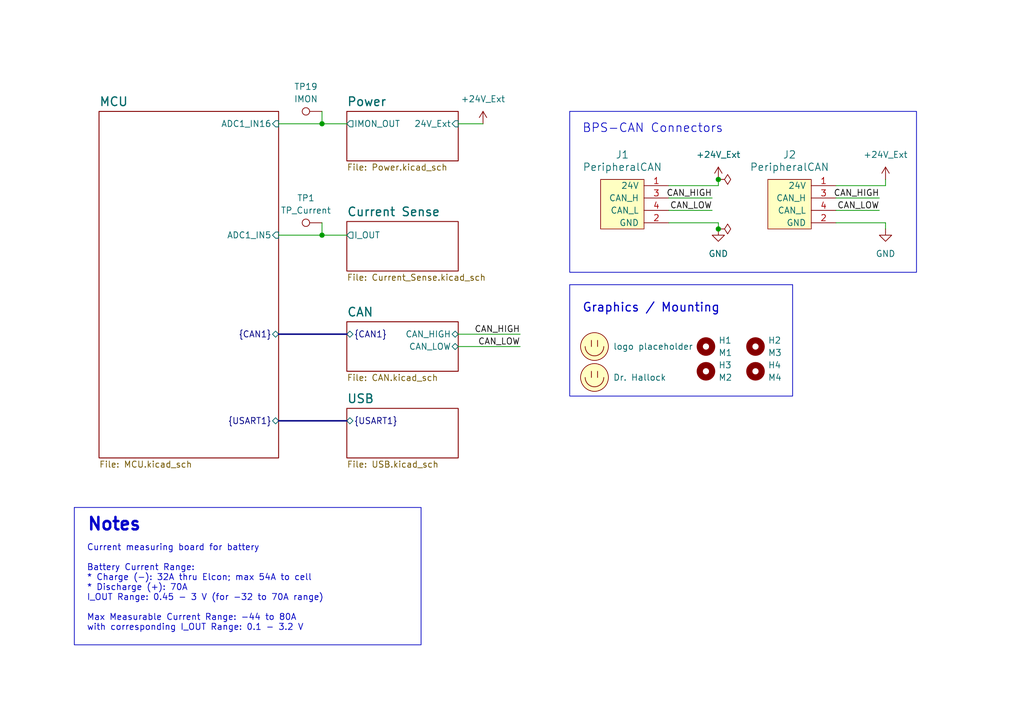
<source format=kicad_sch>
(kicad_sch (version 20250114) (generator "eeschema") (generator_version "9.0")
  (paper "A5")
  (lib_symbols
    (symbol "Connector:TestPoint" (pin_numbers (hide yes)) (pin_names (offset 0.762) (hide yes))
      (property "Reference" "TP" (at 0 6.858 0))
      (property "Value" "TestPoint" (at 0 5.08 0))
      (symbol "TestPoint_0_1"
        (circle (center 0 3.302) (radius 0.762))
      )
      (symbol "TestPoint_1_1"
        (pin passive line (at 0 0 90) (length 2.54) (name "1") (number "1"))
      )
    )
    (symbol "Logo_Placeholder_1" (pin_names (offset 1.016))
      (property "Value" "Dr. Hallock" (at 3.556 0 0))
      (symbol "Logo_Placeholder_1_0_1"
        (polyline (pts (xy -0.635 1.27) (xy -0.635 0)))
        (arc (start 1.905 0) (mid 0 -1.8967) (end -1.905 0))
        (circle (center 0 0) (radius 2.8448) (fill (type background)))
        (polyline (pts (xy 0.635 1.27) (xy 0.635 0)))
      )
    )
    (symbol "Mechanical:MountingHole" (pin_names (offset 1.016)) (in_bom no)
      (property "Reference" "H" (at 0 5.08 0))
      (property "Value" "MountingHole" (at 0 3.175 0))
      (symbol "MountingHole_0_1"
        (circle (center 0 0) (radius 1.27) (stroke (width 1.27)))
      )
    )
    (symbol "power:+24V" (power) (pin_numbers (hide yes)) (pin_names (offset 0) (hide yes))
      (property "Value" "+24V" (at 0 3.556 0))
      (symbol "+24V_0_1"
        (polyline (pts (xy -0.762 1.27) (xy 0 2.54)))
        (polyline (pts (xy 0 2.54) (xy 0.762 1.27)))
        (polyline (pts (xy 0 0) (xy 0 2.54)))
      )
      (symbol "+24V_1_1"
        (pin power_in line (at 0 0 90) (length 0) (name "~") (number "1"))
      )
    )
    (symbol "power:GND" (power) (pin_numbers (hide yes)) (pin_names (offset 0) (hide yes))
      (property "Value" "GND" (at 0 -3.81 0))
      (symbol "GND_0_1"
        (polyline (pts (xy 0 0) (xy 0 -1.27) (xy 1.27 -1.27) (xy 0 -2.54) (xy -1.27 -1.27) (xy 0 -1.27)))
      )
      (symbol "GND_1_1"
        (pin power_in line (at 0 0 270) (length 0) (name "~") (number "1"))
      )
    )
    (symbol "power:PWR_FLAG" (power) (pin_numbers (hide yes)) (pin_names (offset 0) (hide yes))
      (property "Value" "PWR_FLAG" (at 0 3.81 0))
      (symbol "PWR_FLAG_0_0"
        (pin power_out line (at 0 0 90) (length 0) (name "~") (number "1"))
      )
      (symbol "PWR_FLAG_0_1"
        (polyline (pts (xy 0 0) (xy 0 1.27) (xy -1.016 1.905) (xy 0 2.54) (xy 1.016 1.905) (xy 0 1.27)))
      )
    )
    (symbol "utsvt-connectors:PeripheralCANConnector" (pin_names (offset 1.016))
      (property "Reference" "J" (at 0.762 9.144 0))
      (property "Value" "PeripheralCAN" (at 8.128 6.858 0))
      (symbol "PeripheralCANConnector_0_1"
        (rectangle (start -3.81 5.08) (end 5.08 -5.08) (fill (type background)))
      )
      (symbol "PeripheralCANConnector_1_1"
        (pin power_in line (at 10.16 3.81 180) (length 5.08) (name "24V") (number "1"))
        (pin bidirectional line (at 10.16 1.27 180) (length 5.08) (name "CAN_H") (number "3"))
        (pin bidirectional line (at 10.16 -1.27 180) (length 5.08) (name "CAN_L") (number "4"))
        (pin power_in line (at 10.16 -3.81 180) (length 5.08) (name "GND") (number "2"))
      )
    )
    (symbol "utsvt-misc:Logo_Placeholder" (pin_names (offset 1.016))
      (property "Value" "Dr. Hallock" (at 3.556 0 0))
      (symbol "Logo_Placeholder_0_1"
        (polyline (pts (xy -0.635 1.27) (xy -0.635 0)))
        (arc (start 1.905 0) (mid 0 -1.8967) (end -1.905 0))
        (circle (center 0 0) (radius 2.8448) (fill (type background)))
        (polyline (pts (xy 0.635 1.27) (xy 0.635 0)))
      )
    )
  )
  (rectangle (start 15.24 104.14) (end 86.36 132.334))
  (rectangle (start 116.84 58.42) (end 162.56 81.28))
  (rectangle (start 116.84 22.86) (end 187.96 55.88))
  (text "Notes" (at 17.78 109.22 0) (effects (font (size 2.54 2.54) (thickness 0.508) (bold yes)) (justify left bottom)))
  (text "Graphics / Mounting" (at 119.38 62.23 0) (effects (font (size 1.778 1.778) (thickness 0.2381)) (justify left top)))
  (text "Current measuring board for battery\n\nBattery Current Range:\n* Charge (-): 32A thru Elcon; max 54A to cell\n* Discharge (+): 70A\nI_OUT Range: 0.45 - 3 V (for -32 to 70A range)\n\nMax Measurable Current Range: -44 to 80A\nwith corresponding I_OUT Range: 0.1 - 3.2 V\n" (at 17.78 111.76 0) (effects (font (size 1.27 1.27)) (justify left top)))
  (text "BPS-CAN Connectors" (at 119.38 25.4 0) (effects (font (size 1.778 1.778)) (justify left top)))
  (junction (at 147.32 36.83))
  (junction (at 66.04 48.26))
  (junction (at 147.32 46.99))
  (junction (at 66.04 25.4))
  (wire (pts (xy 93.98 25.4) (xy 99.06 25.4)))
  (wire (pts (xy 171.45 45.72) (xy 181.61 45.72)))
  (wire (pts (xy 66.04 45.72) (xy 66.04 48.26)))
  (wire (pts (xy 137.16 43.18) (xy 146.05 43.18)))
  (wire (pts (xy 181.61 45.72) (xy 181.61 46.99)))
  (wire (pts (xy 147.32 36.83) (xy 147.32 38.1)))
  (bus (pts (xy 57.15 68.58) (xy 71.12 68.58)))
  (wire (pts (xy 137.16 40.64) (xy 146.05 40.64)))
  (wire (pts (xy 66.04 25.4) (xy 71.12 25.4)))
  (wire (pts (xy 181.61 36.83) (xy 181.61 38.1)))
  (wire (pts (xy 66.04 22.86) (xy 66.04 25.4)))
  (wire (pts (xy 93.98 71.12) (xy 106.68 71.12)))
  (wire (pts (xy 57.15 25.4) (xy 66.04 25.4)))
  (wire (pts (xy 137.16 45.72) (xy 147.32 45.72)))
  (wire (pts (xy 147.32 45.72) (xy 147.32 46.99)))
  (wire (pts (xy 71.12 48.26) (xy 66.04 48.26)))
  (wire (pts (xy 171.45 40.64) (xy 180.34 40.64)))
  (bus (pts (xy 57.15 86.36) (xy 71.12 86.36)))
  (wire (pts (xy 93.98 68.58) (xy 106.68 68.58)))
  (wire (pts (xy 181.61 38.1) (xy 171.45 38.1)))
  (wire (pts (xy 171.45 43.18) (xy 180.34 43.18)))
  (wire (pts (xy 57.15 48.26) (xy 66.04 48.26)))
  (wire (pts (xy 147.32 38.1) (xy 137.16 38.1)))
  (label "CAN_HIGH" (at 106.68 68.58 180))
  (label "CAN_LOW" (at 146.05 43.18 180))
  (label "CAN_HIGH" (at 146.05 40.64 180))
  (label "CAN_HIGH" (at 180.34 40.64 180))
  (label "CAN_LOW" (at 106.68 71.12 180))
  (label "CAN_LOW" (at 180.34 43.18 180))
  (symbol (lib_id "utsvt-connectors:PeripheralCANConnector") (at 127 41.91 0) (unit 1)
    (property "Reference" "J1" (at 127.635 31.75 0) (effects (font (size 1.524 1.524))))
    (property "Value" "PeripheralCAN" (at 127.635 34.29 0) (effects (font (size 1.524 1.524))))
    (property "Footprint" "UTSVT_Connectors:Molex_Nano-Fit_105309-xx04_1x04_P2.50mm_Vertical" (effects (hide yes)))
    (property "Datasheet" "https://www.mouser.com/ProductDetail/Molex/105309-1204?qs=PqFvFmEiOr6mDAWV2BJKbg%3D%3D&srsltid=AfmBOopk7YsqdMLo2_DAHKaHKt3Hg126ooPXYWv5Q2Pfx6rW7DaYZCT2" (effects (hide yes)))
    (property "Description" "Connection to the car's Peripheral CAN bus." (effects (hide yes)))
    (property "P/N" "105309-1204 " (effects (hide yes)))
  )
  (symbol (lib_id "Mechanical:MountingHole") (at 154.94 71.12 0) (unit 1) (in_bom no)
    (property "Reference" "H2" (at 157.48 69.8499 0) (effects (justify left)))
    (property "Value" "M3" (at 157.48 72.3899 0) (effects (justify left)))
    (property "Footprint" "MountingHole:MountingHole_3.2mm_M3_DIN965_Pad_TopBottom" (effects (hide yes)))
    (property "Description" "Mounting Hole without connection" (effects (hide yes)))
  )
  (symbol (lib_id "power:PWR_FLAG") (at 147.32 36.83 270) (unit 1)
    (property "Reference" "#FLG01" (effects (hide yes)))
    (property "Value" "PWR_FLAG" (effects (hide yes)))
    (property "Description" "Special symbol for telling ERC where power comes from" (effects (hide yes)))
  )
  (symbol (lib_id "power:GND") (at 181.61 46.99 0) (unit 1)
    (property "Reference" "#PWR05" (effects (hide yes)))
    (property "Value" "GND" (at 181.61 52.07 0))
    (property "Description" "Power symbol creates a global label with name \"GND\" , ground" (effects (hide yes)))
  )
  (symbol (lib_id "Connector:TestPoint") (at 66.04 22.86 90) (unit 1)
    (property "Reference" "TP19" (at 62.738 17.78 90))
    (property "Value" "IMON" (at 62.738 20.32 90))
    (property "Footprint" "TestPoint:TestPoint_Keystone_5005-5009_Compact" (effects (hide yes)))
    (property "Description" "test point" (effects (hide yes)))
  )
  (symbol (lib_id "utsvt-connectors:PeripheralCANConnector") (at 161.29 41.91 0) (unit 1)
    (property "Reference" "J2" (at 161.925 31.75 0) (effects (font (size 1.524 1.524))))
    (property "Value" "PeripheralCAN" (at 161.925 34.29 0) (effects (font (size 1.524 1.524))))
    (property "Footprint" "UTSVT_Connectors:Molex_Nano-Fit_105309-xx04_1x04_P2.50mm_Vertical" (effects (hide yes)))
    (property "Datasheet" "https://www.mouser.com/ProductDetail/Molex/105309-1204?qs=PqFvFmEiOr6mDAWV2BJKbg%3D%3D&srsltid=AfmBOopk7YsqdMLo2_DAHKaHKt3Hg126ooPXYWv5Q2Pfx6rW7DaYZCT2" (effects (hide yes)))
    (property "Description" "Connection to the car's Peripheral CAN bus." (effects (hide yes)))
    (property "P/N" "105309-1204 " (effects (hide yes)))
  )
  (symbol (lib_id "Mechanical:MountingHole") (at 144.78 76.2 0) (unit 1) (in_bom no)
    (property "Reference" "H3" (at 147.32 74.9299 0) (effects (justify left)))
    (property "Value" "M2" (at 147.32 77.4699 0) (effects (justify left)))
    (property "Footprint" "MountingHole:MountingHole_3.2mm_M3_DIN965_Pad_TopBottom" (effects (hide yes)))
    (property "Description" "Mounting Hole without connection" (effects (hide yes)))
  )
  (symbol (lib_id "power:+24V") (at 181.61 36.83 0) (unit 1)
    (property "Reference" "#PWR03" (effects (hide yes)))
    (property "Value" "+24V_Ext" (at 181.61 31.75 0))
    (property "Description" "Power symbol creates a global label with name \"+24V\"" (effects (hide yes)))
  )
  (symbol (lib_id "power:GND") (at 147.32 46.99 0) (unit 1)
    (property "Reference" "#PWR04" (effects (hide yes)))
    (property "Value" "GND" (at 147.32 52.07 0))
    (property "Description" "Power symbol creates a global label with name \"GND\" , ground" (effects (hide yes)))
  )
  (symbol (lib_name "Logo_Placeholder_1") (lib_id "utsvt-misc:Logo_Placeholder") (at 121.92 71.12 0) (unit 1)
    (property "Reference" "LOGO1" (effects (hide yes)))
    (property "Value" "logo placeholder" (at 125.73 71.1199 0) (effects (justify left)))
    (property "Footprint" "UTSVT_Logos:LHRs_LOGO" (effects (hide yes)))
    (property "Description" "Graph footprint placeholder" (effects (hide yes)))
  )
  (symbol (lib_id "Mechanical:MountingHole") (at 154.94 76.2 0) (unit 1) (in_bom no)
    (property "Reference" "H4" (at 157.48 74.9299 0) (effects (justify left)))
    (property "Value" "M4" (at 157.48 77.4699 0) (effects (justify left)))
    (property "Footprint" "MountingHole:MountingHole_3.2mm_M3_DIN965_Pad_TopBottom" (effects (hide yes)))
    (property "Description" "Mounting Hole without connection" (effects (hide yes)))
  )
  (symbol (lib_id "utsvt-misc:Logo_Placeholder") (at 121.92 77.47 0) (unit 1)
    (property "Reference" "LOGO2" (effects (hide yes)))
    (property "Value" "Dr. Hallock" (at 125.73 77.4699 0) (effects (justify left)))
    (property "Footprint" "UTSVT_Logos:Hallock_Image_Tiny" (effects (hide yes)))
    (property "Description" "Graph footprint placeholder" (effects (hide yes)))
  )
  (symbol (lib_id "power:+24V") (at 147.32 36.83 0) (unit 1)
    (property "Reference" "#PWR02" (effects (hide yes)))
    (property "Value" "+24V_Ext" (at 147.32 31.75 0))
    (property "Description" "Power symbol creates a global label with name \"+24V\"" (effects (hide yes)))
  )
  (symbol (lib_id "Connector:TestPoint") (at 66.04 45.72 90) (unit 1)
    (property "Reference" "TP1" (at 62.738 40.64 90))
    (property "Value" "TP_Current" (at 62.738 43.18 90))
    (property "Footprint" "TestPoint:TestPoint_Keystone_5005-5009_Compact" (effects (hide yes)))
    (property "Description" "test point" (effects (hide yes)))
  )
  (symbol (lib_id "power:+24V") (at 99.06 25.4 0) (unit 1)
    (property "Reference" "#PWR01" (effects (hide yes)))
    (property "Value" "+24V_Ext" (at 99.06 20.32 0))
    (property "Description" "Power symbol creates a global label with name \"+24V\"" (effects (hide yes)))
  )
  (symbol (lib_id "Mechanical:MountingHole") (at 144.78 71.12 0) (unit 1) (in_bom no)
    (property "Reference" "H1" (at 147.32 69.8499 0) (effects (justify left)))
    (property "Value" "M1" (at 147.32 72.3899 0) (effects (justify left)))
    (property "Footprint" "MountingHole:MountingHole_3.2mm_M3_DIN965_Pad_TopBottom" (effects (hide yes)))
    (property "Description" "Mounting Hole without connection" (effects (hide yes)))
  )
  (symbol (lib_id "power:PWR_FLAG") (at 147.32 46.99 270) (unit 1)
    (property "Reference" "#FLG02" (effects (hide yes)))
    (property "Value" "PWR_FLAG" (effects (hide yes)))
    (property "Description" "Special symbol for telling ERC where power comes from" (effects (hide yes)))
  )
  (sheet (at 71.12 66.04) (size 22.86 10.16) (stroke (width 0.1524))
    (property "Sheetname" "CAN" (at 71.12 65.0744 0) (effects (font (size 1.778 1.778) (thickness 0.254) (bold yes)) (justify left bottom)))
    (property "Sheetfile" "CAN.kicad_sch" (at 71.12 76.7846 0) (effects (justify left top)))
    (pin "{CAN1}" bidirectional (at 71.12 68.58 180))
    (pin "CAN_HIGH" bidirectional (at 93.98 68.58 0))
    (pin "CAN_LOW" bidirectional (at 93.98 71.12 0))
  )
  (sheet (at 71.12 22.86) (size 22.86 10.16) (stroke (width 0.1524))
    (property "Sheetname" "Power" (at 71.12 21.8944 0) (effects (font (size 1.778 1.778) (thickness 0.254) (bold yes)) (justify left bottom)))
    (property "Sheetfile" "Power.kicad_sch" (at 71.12 33.6046 0) (effects (justify left top)))
    (pin "24V_Ext" input (at 93.98 25.4 0))
    (pin "IMON_OUT" output (at 71.12 25.4 180))
  )
  (sheet (at 71.12 45.466) (size 22.86 10.16) (stroke (width 0.1524))
    (property "Sheetname" "Current Sense" (at 71.12 44.5004 0) (effects (font (size 1.778 1.778) (thickness 0.254) (bold yes)) (justify left bottom)))
    (property "Sheetfile" "Current_Sense.kicad_sch" (at 71.12 56.2106 0) (effects (justify left top)))
    (pin "I_OUT" output (at 71.12 48.26 180))
  )
  (sheet (at 20.32 22.86) (size 36.83 71.12) (stroke (width 0.1524))
    (property "Sheetname" "MCU" (at 20.32 21.8944 0) (effects (font (size 1.778 1.778) (thickness 0.254) (bold yes)) (justify left bottom)))
    (property "Sheetfile" "MCU.kicad_sch" (at 20.32 94.5646 0) (effects (justify left top)))
    (pin "ADC1_IN5" input (at 57.15 48.26 0))
    (pin "{CAN1}" bidirectional (at 57.15 68.58 0))
    (pin "{USART1}" bidirectional (at 57.15 86.36 0))
    (pin "ADC1_IN16" input (at 57.15 25.4 0))
  )
  (sheet (at 71.12 83.82) (size 22.86 10.16) (stroke (width 0.1524))
    (property "Sheetname" "USB" (at 71.12 82.8544 0) (effects (font (size 1.778 1.778) (thickness 0.254) (bold yes)) (justify left bottom)))
    (property "Sheetfile" "USB.kicad_sch" (at 71.12 94.5646 0) (effects (justify left top)))
    (pin "{USART1}" bidirectional (at 71.12 86.36 180))
  )
)
</source>
